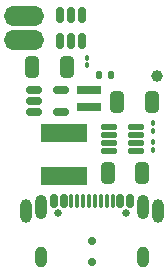
<source format=gbr>
%TF.GenerationSoftware,KiCad,Pcbnew,9.0.1*%
%TF.CreationDate,2025-07-17T15:45:22-04:00*%
%TF.ProjectId,flowstick_main_pcb,666c6f77-7374-4696-936b-5f6d61696e5f,rev?*%
%TF.SameCoordinates,Original*%
%TF.FileFunction,Soldermask,Bot*%
%TF.FilePolarity,Negative*%
%FSLAX46Y46*%
G04 Gerber Fmt 4.6, Leading zero omitted, Abs format (unit mm)*
G04 Created by KiCad (PCBNEW 9.0.1) date 2025-07-17 15:45:22*
%MOMM*%
%LPD*%
G01*
G04 APERTURE LIST*
G04 Aperture macros list*
%AMRoundRect*
0 Rectangle with rounded corners*
0 $1 Rounding radius*
0 $2 $3 $4 $5 $6 $7 $8 $9 X,Y pos of 4 corners*
0 Add a 4 corners polygon primitive as box body*
4,1,4,$2,$3,$4,$5,$6,$7,$8,$9,$2,$3,0*
0 Add four circle primitives for the rounded corners*
1,1,$1+$1,$2,$3*
1,1,$1+$1,$4,$5*
1,1,$1+$1,$6,$7*
1,1,$1+$1,$8,$9*
0 Add four rect primitives between the rounded corners*
20,1,$1+$1,$2,$3,$4,$5,0*
20,1,$1+$1,$4,$5,$6,$7,0*
20,1,$1+$1,$6,$7,$8,$9,0*
20,1,$1+$1,$8,$9,$2,$3,0*%
G04 Aperture macros list end*
%ADD10RoundRect,0.140000X-0.140000X-0.170000X0.140000X-0.170000X0.140000X0.170000X-0.140000X0.170000X0*%
%ADD11O,3.400000X1.700000*%
%ADD12C,1.700000*%
%ADD13C,0.700000*%
%ADD14RoundRect,0.150000X-0.512500X-0.150000X0.512500X-0.150000X0.512500X0.150000X-0.512500X0.150000X0*%
%ADD15R,4.000000X1.500000*%
%ADD16RoundRect,0.100000X0.100000X-0.130000X0.100000X0.130000X-0.100000X0.130000X-0.100000X-0.130000X0*%
%ADD17RoundRect,0.100000X-0.100000X0.130000X-0.100000X-0.130000X0.100000X-0.130000X0.100000X0.130000X0*%
%ADD18RoundRect,0.125000X-0.537500X-0.125000X0.537500X-0.125000X0.537500X0.125000X-0.537500X0.125000X0*%
%ADD19O,1.000000X2.000000*%
%ADD20RoundRect,0.150000X-0.150000X0.512500X-0.150000X-0.512500X0.150000X-0.512500X0.150000X0.512500X0*%
%ADD21R,2.000000X0.700000*%
%ADD22C,1.000000*%
%ADD23RoundRect,0.250000X0.325000X0.650000X-0.325000X0.650000X-0.325000X-0.650000X0.325000X-0.650000X0*%
%ADD24RoundRect,0.250000X-0.325000X-0.650000X0.325000X-0.650000X0.325000X0.650000X-0.325000X0.650000X0*%
%ADD25C,0.650000*%
%ADD26RoundRect,0.150000X0.150000X0.425000X-0.150000X0.425000X-0.150000X-0.425000X0.150000X-0.425000X0*%
%ADD27RoundRect,0.075000X0.075000X0.500000X-0.075000X0.500000X-0.075000X-0.500000X0.075000X-0.500000X0*%
%ADD28O,1.000000X1.800000*%
%ADD29O,1.000000X2.100000*%
G04 APERTURE END LIST*
D10*
%TO.C,C1*%
X151580000Y-83000000D03*
X150620000Y-83000000D03*
%TD*%
D11*
%TO.C,BT1*%
X144250000Y-80000000D03*
D12*
X143500000Y-80000000D03*
D11*
X144250000Y-78000000D03*
D12*
X143500000Y-78000000D03*
%TD*%
D13*
%TO.C,SW1*%
X150000000Y-97000000D03*
X150000000Y-98800000D03*
%TD*%
D14*
%TO.C,U3*%
X145062500Y-86150000D03*
X145062500Y-85200000D03*
X145062500Y-84250000D03*
X147337500Y-84250000D03*
X147337500Y-86150000D03*
%TD*%
D15*
%TO.C,L3*%
X147600000Y-91500000D03*
X147600000Y-87900000D03*
%TD*%
D16*
%TO.C,R6*%
X155200000Y-87720000D03*
X155200000Y-87080000D03*
%TD*%
D17*
%TO.C,R12*%
X149600000Y-81500000D03*
X149600000Y-82140000D03*
%TD*%
D18*
%TO.C,U2*%
X151462500Y-89375000D03*
X151462500Y-88725000D03*
X151462500Y-88075000D03*
X151462500Y-87425000D03*
X153737500Y-87425000D03*
X153737500Y-88075000D03*
X153737500Y-88725000D03*
X153737500Y-89375000D03*
%TD*%
D19*
%TO.C,J5*%
X155600000Y-94500000D03*
%TD*%
D20*
%TO.C,U4*%
X147250000Y-77862500D03*
X148200000Y-77862500D03*
X149150000Y-77862500D03*
X149150000Y-80137500D03*
X148200000Y-80137500D03*
X147250000Y-80137500D03*
%TD*%
D19*
%TO.C,J2*%
X144400000Y-94500000D03*
%TD*%
D16*
%TO.C,R5*%
X155200000Y-89320000D03*
X155200000Y-88680000D03*
%TD*%
D21*
%TO.C,L4*%
X149775000Y-85700000D03*
X149775000Y-84250000D03*
%TD*%
D22*
%TO.C,TP1*%
X155500000Y-83100000D03*
%TD*%
D23*
%TO.C,C12*%
X147875000Y-82300000D03*
X144925000Y-82300000D03*
%TD*%
D24*
%TO.C,C10*%
X152100000Y-85300000D03*
X155050000Y-85300000D03*
%TD*%
%TO.C,C9*%
X151325000Y-91300000D03*
X154275000Y-91300000D03*
%TD*%
D25*
%TO.C,J1*%
X152890000Y-94695000D03*
X147110000Y-94695000D03*
D26*
X153200000Y-93620000D03*
X152400000Y-93620000D03*
D27*
X151250000Y-93620000D03*
X150250000Y-93620000D03*
X149750000Y-93620000D03*
X148750000Y-93620000D03*
D26*
X147600000Y-93620000D03*
X146800000Y-93620000D03*
X146800000Y-93620000D03*
X147600000Y-93620000D03*
D27*
X148250000Y-93620000D03*
X149250000Y-93620000D03*
X150750000Y-93620000D03*
X151750000Y-93620000D03*
D26*
X152400000Y-93620000D03*
X153200000Y-93620000D03*
D28*
X154320000Y-98375000D03*
D29*
X154320000Y-94195000D03*
D28*
X145680000Y-98375000D03*
D29*
X145680000Y-94195000D03*
%TD*%
M02*

</source>
